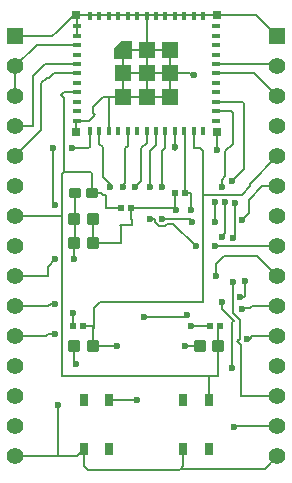
<source format=gbr>
%TF.GenerationSoftware,KiCad,Pcbnew,9.0.2*%
%TF.CreationDate,2025-10-16T21:48:54+11:00*%
%TF.ProjectId,esp32-c3-bare-bones,65737033-322d-4633-932d-626172652d62,0*%
%TF.SameCoordinates,Original*%
%TF.FileFunction,Copper,L1,Top*%
%TF.FilePolarity,Positive*%
%FSLAX46Y46*%
G04 Gerber Fmt 4.6, Leading zero omitted, Abs format (unit mm)*
G04 Created by KiCad (PCBNEW 9.0.2) date 2025-10-16 21:48:54*
%MOMM*%
%LPD*%
G01*
G04 APERTURE LIST*
G04 Aperture macros list*
%AMRoundRect*
0 Rectangle with rounded corners*
0 $1 Rounding radius*
0 $2 $3 $4 $5 $6 $7 $8 $9 X,Y pos of 4 corners*
0 Add a 4 corners polygon primitive as box body*
4,1,4,$2,$3,$4,$5,$6,$7,$8,$9,$2,$3,0*
0 Add four circle primitives for the rounded corners*
1,1,$1+$1,$2,$3*
1,1,$1+$1,$4,$5*
1,1,$1+$1,$6,$7*
1,1,$1+$1,$8,$9*
0 Add four rect primitives between the rounded corners*
20,1,$1+$1,$2,$3,$4,$5,0*
20,1,$1+$1,$4,$5,$6,$7,0*
20,1,$1+$1,$6,$7,$8,$9,0*
20,1,$1+$1,$8,$9,$2,$3,0*%
%AMFreePoly0*
4,1,6,0.725000,-0.725000,-0.725000,-0.725000,-0.725000,0.125000,-0.125000,0.725000,0.725000,0.725000,0.725000,-0.725000,0.725000,-0.725000,$1*%
G04 Aperture macros list end*
%TA.AperFunction,SMDPad,CuDef*%
%ADD10R,0.700000X0.700000*%
%TD*%
%TA.AperFunction,SMDPad,CuDef*%
%ADD11R,1.450000X1.450000*%
%TD*%
%TA.AperFunction,SMDPad,CuDef*%
%ADD12FreePoly0,0.000000*%
%TD*%
%TA.AperFunction,SMDPad,CuDef*%
%ADD13R,0.400000X0.800000*%
%TD*%
%TA.AperFunction,SMDPad,CuDef*%
%ADD14R,0.800000X0.400000*%
%TD*%
%TA.AperFunction,ComponentPad*%
%ADD15R,1.390000X1.390000*%
%TD*%
%TA.AperFunction,ComponentPad*%
%ADD16C,1.390000*%
%TD*%
%TA.AperFunction,SMDPad,CuDef*%
%ADD17R,0.560000X0.600000*%
%TD*%
%TA.AperFunction,SMDPad,CuDef*%
%ADD18R,0.650000X1.050000*%
%TD*%
%TA.AperFunction,SMDPad,CuDef*%
%ADD19RoundRect,0.118750X-0.356250X-0.396250X0.356250X-0.396250X0.356250X0.396250X-0.356250X0.396250X0*%
%TD*%
%TA.AperFunction,SMDPad,CuDef*%
%ADD20RoundRect,0.116250X-0.358750X-0.348750X0.358750X-0.348750X0.358750X0.348750X-0.358750X0.348750X0*%
%TD*%
%TA.AperFunction,ViaPad*%
%ADD21C,0.600000*%
%TD*%
%TA.AperFunction,Conductor*%
%ADD22C,0.200000*%
%TD*%
G04 APERTURE END LIST*
D10*
%TO.P,ESP32-C3-MINI-1,53,GND*%
%TO.N,GND*%
X145775000Y-85700000D03*
%TO.P,ESP32-C3-MINI-1,52,GND*%
X145775000Y-95600000D03*
%TO.P,ESP32-C3-MINI-1,51,GND*%
X157675000Y-95600000D03*
%TO.P,ESP32-C3-MINI-1,50,GND*%
X157675000Y-85700000D03*
D11*
%TO.P,ESP32-C3-MINI-1,49,GND*%
X153700000Y-92625000D03*
X153700000Y-90650000D03*
X153700000Y-88675000D03*
X151725000Y-92625000D03*
X151725000Y-90650000D03*
X151725000Y-88675000D03*
X149750000Y-92625000D03*
X149750000Y-90650000D03*
D12*
X149750000Y-88675000D03*
D13*
%TO.P,ESP32-C3-MINI-1,48,GND*%
X146925000Y-85750000D03*
%TO.P,ESP32-C3-MINI-1,47,GND*%
X147725000Y-85750000D03*
%TO.P,ESP32-C3-MINI-1,46,GND*%
X148525000Y-85750000D03*
%TO.P,ESP32-C3-MINI-1,45,GND*%
X149325000Y-85750000D03*
%TO.P,ESP32-C3-MINI-1,44,GND*%
X150125000Y-85750000D03*
%TO.P,ESP32-C3-MINI-1,43,GND*%
X150925000Y-85750000D03*
%TO.P,ESP32-C3-MINI-1,42,GND*%
X151725000Y-85750000D03*
%TO.P,ESP32-C3-MINI-1,41,GND*%
X152525000Y-85750000D03*
%TO.P,ESP32-C3-MINI-1,40,GND*%
X153325000Y-85750000D03*
%TO.P,ESP32-C3-MINI-1,39,GND*%
X154125000Y-85750000D03*
%TO.P,ESP32-C3-MINI-1,38,GND*%
X154925000Y-85750000D03*
%TO.P,ESP32-C3-MINI-1,37,GND*%
X155725000Y-85750000D03*
%TO.P,ESP32-C3-MINI-1,36,GND*%
X156525000Y-85750000D03*
D14*
%TO.P,ESP32-C3-MINI-1,35,NC*%
%TO.N,unconnected-(U1-NC-Pad35)*%
X157625000Y-86650000D03*
%TO.P,ESP32-C3-MINI-1,34,NC*%
%TO.N,unconnected-(U1-NC-Pad34)*%
X157625000Y-87450000D03*
%TO.P,ESP32-C3-MINI-1,33,NC*%
%TO.N,unconnected-(U1-NC-Pad33)*%
X157625000Y-88250000D03*
%TO.P,ESP32-C3-MINI-1,32,NC*%
%TO.N,unconnected-(U1-NC-Pad32)*%
X157625000Y-89050000D03*
%TO.P,ESP32-C3-MINI-1,31,GPIO21/U0TXD*%
%TO.N,U0TXD*%
X157625000Y-89850000D03*
%TO.P,ESP32-C3-MINI-1,30,GPIO20/U0RXD*%
%TO.N,U0RXD*%
X157625000Y-90650000D03*
%TO.P,ESP32-C3-MINI-1,29,NC*%
%TO.N,unconnected-(U1-NC-Pad29)*%
X157625000Y-91450000D03*
%TO.P,ESP32-C3-MINI-1,28,NC*%
%TO.N,unconnected-(U1-NC-Pad28)*%
X157625000Y-92250000D03*
%TO.P,ESP32-C3-MINI-1,27,GPIO19/USB_D+*%
%TO.N,GPIO19*%
X157625000Y-93050000D03*
%TO.P,ESP32-C3-MINI-1,26,GPIO18/USB_D-*%
%TO.N,GPIO18*%
X157625000Y-93850000D03*
%TO.P,ESP32-C3-MINI-1,25,NC*%
%TO.N,unconnected-(U1-NC-Pad25)*%
X157625000Y-94650000D03*
D13*
%TO.P,ESP32-C3-MINI-1,24,NC*%
%TO.N,unconnected-(U1-NC-Pad24)*%
X156525000Y-95550000D03*
%TO.P,ESP32-C3-MINI-1,23,GPIO9*%
%TO.N,GPIO9*%
X155725000Y-95550000D03*
%TO.P,ESP32-C3-MINI-1,22,GPIO8*%
%TO.N,GPIO8*%
X154925000Y-95550000D03*
%TO.P,ESP32-C3-MINI-1,21,GPIO7*%
%TO.N,GPIO7*%
X154125000Y-95550000D03*
%TO.P,ESP32-C3-MINI-1,20,GPIO6*%
%TO.N,GPIO6*%
X153325000Y-95550000D03*
%TO.P,ESP32-C3-MINI-1,19,GPIO5/ADC2_CH0*%
%TO.N,GPIO5*%
X152525000Y-95550000D03*
%TO.P,ESP32-C3-MINI-1,18,GPIO4/ADC1_CH4*%
%TO.N,GPIO4*%
X151725000Y-95550000D03*
%TO.P,ESP32-C3-MINI-1,17,NC*%
%TO.N,unconnected-(U1-NC-Pad17)*%
X150925000Y-95550000D03*
%TO.P,ESP32-C3-MINI-1,16,GPIO10*%
%TO.N,GPIO10*%
X150125000Y-95550000D03*
%TO.P,ESP32-C3-MINI-1,15,NC*%
%TO.N,unconnected-(U1-NC-Pad15)*%
X149325000Y-95550000D03*
%TO.P,ESP32-C3-MINI-1,14,GND*%
%TO.N,GND*%
X148525000Y-95550000D03*
%TO.P,ESP32-C3-MINI-1,13,GPIO1/ADC1_CH1/XTAL_32K_N*%
%TO.N,GPIO1*%
X147725000Y-95550000D03*
%TO.P,ESP32-C3-MINI-1,12,GPIO0/ADC1_CH0/XTAL_32K_P*%
%TO.N,GPIO0*%
X146925000Y-95550000D03*
D14*
%TO.P,ESP32-C3-MINI-1,11,GND*%
%TO.N,GND*%
X145825000Y-94650000D03*
%TO.P,ESP32-C3-MINI-1,10,NC*%
%TO.N,unconnected-(U1-NC-Pad10)*%
X145825000Y-93850000D03*
%TO.P,ESP32-C3-MINI-1,9,NC*%
%TO.N,unconnected-(U1-NC-Pad9)*%
X145825000Y-93050000D03*
%TO.P,ESP32-C3-MINI-1,8,EN/CHIP_PU*%
%TO.N,CHIP_PU*%
X145825000Y-92250000D03*
%TO.P,ESP32-C3-MINI-1,7,NC*%
%TO.N,unconnected-(U1-NC-Pad7)*%
X145825000Y-91450000D03*
%TO.P,ESP32-C3-MINI-1,6,GPIO3/ADC1_CH3*%
%TO.N,GPIO3*%
X145825000Y-90650000D03*
%TO.P,ESP32-C3-MINI-1,5,GPIO2/ADC1_CH2*%
%TO.N,GPIO2*%
X145825000Y-89850000D03*
%TO.P,ESP32-C3-MINI-1,4,NC*%
%TO.N,unconnected-(U1-NC-Pad4)*%
X145825000Y-89050000D03*
%TO.P,ESP32-C3-MINI-1,3,3V3*%
%TO.N,VCC_3V3*%
X145825000Y-88250000D03*
%TO.P,ESP32-C3-MINI-1,2,GND*%
%TO.N,GND*%
X145825000Y-87450000D03*
%TO.P,ESP32-C3-MINI-1,1,GND*%
X145825000Y-86650000D03*
%TD*%
D15*
%TO.P,J2,01,01*%
%TO.N,GND*%
X162800000Y-87520000D03*
D16*
%TO.P,J2,02,02*%
%TO.N,U0TXD*%
X162800000Y-90060000D03*
%TO.P,J2,03,03*%
%TO.N,U0RXD*%
X162800000Y-92600000D03*
%TO.P,J2,04,04*%
%TO.N,GND*%
X162800000Y-95140000D03*
%TO.P,J2,05,05*%
%TO.N,GPIO9*%
X162800000Y-97680000D03*
%TO.P,J2,06,06*%
%TO.N,GPIO8*%
X162800000Y-100220000D03*
%TO.P,J2,07,07*%
%TO.N,GND*%
X162800000Y-102760000D03*
%TO.P,J2,08,08*%
%TO.N,GPIO7*%
X162800000Y-105300000D03*
%TO.P,J2,09,09*%
%TO.N,GPIO6*%
X162800000Y-107840000D03*
%TO.P,J2,10,10*%
%TO.N,GPIO5*%
X162800000Y-110380000D03*
%TO.P,J2,11,11*%
%TO.N,GPIO4*%
X162800000Y-112920000D03*
%TO.P,J2,12,12*%
%TO.N,GND*%
X162800000Y-115460000D03*
%TO.P,J2,13,13*%
%TO.N,GPIO18*%
X162800000Y-118000000D03*
%TO.P,J2,14,14*%
%TO.N,GPIO19*%
X162800000Y-120540000D03*
%TO.P,J2,15,15*%
%TO.N,GND*%
X162800000Y-123080000D03*
%TD*%
D17*
%TO.P,R1,1*%
%TO.N,CHIP_PU*%
X149565000Y-102000000D03*
%TO.P,R1,2*%
%TO.N,VCC_3V3*%
X150435000Y-102000000D03*
%TD*%
D15*
%TO.P,J1,01,01*%
%TO.N,GND*%
X140600000Y-87520000D03*
D16*
%TO.P,J1,02,02*%
%TO.N,VCC_3V3*%
X140600000Y-90060000D03*
%TO.P,J1,03,03*%
X140600000Y-92600000D03*
%TO.P,J1,04,04*%
%TO.N,GPIO2*%
X140600000Y-95140000D03*
%TO.P,J1,05,05*%
%TO.N,GPIO3*%
X140600000Y-97680000D03*
%TO.P,J1,06,06*%
%TO.N,GND*%
X140600000Y-100220000D03*
%TO.P,J1,07,07*%
%TO.N,CHIP_PU*%
X140600000Y-102760000D03*
%TO.P,J1,08,08*%
%TO.N,GND*%
X140600000Y-105300000D03*
%TO.P,J1,09,09*%
%TO.N,GPIO0*%
X140600000Y-107840000D03*
%TO.P,J1,10,10*%
%TO.N,GPIO1*%
X140600000Y-110380000D03*
%TO.P,J1,11,11*%
%TO.N,GPIO10*%
X140600000Y-112920000D03*
%TO.P,J1,12,12*%
%TO.N,GND*%
X140600000Y-115460000D03*
%TO.P,J1,13,13*%
%TO.N,VCC_3V3*%
X140600000Y-118000000D03*
%TO.P,J1,14,14*%
X140600000Y-120540000D03*
%TO.P,J1,15,15*%
%TO.N,GND*%
X140600000Y-123080000D03*
%TD*%
D18*
%TO.P,BOOT,1,1*%
%TO.N,GPIO9*%
X148575000Y-118325000D03*
%TO.P,BOOT,2,2*%
%TO.N,unconnected-(S1-Pad2)*%
X148575000Y-122475000D03*
%TO.P,BOOT,3,3*%
%TO.N,unconnected-(S1-Pad3)*%
X146425000Y-118325000D03*
%TO.P,BOOT,4,4*%
%TO.N,GND*%
X146425000Y-122475000D03*
%TD*%
D17*
%TO.P,R2,1*%
%TO.N,VCC_3V3*%
X145465000Y-112000000D03*
%TO.P,R2,2*%
%TO.N,GPIO9*%
X146335000Y-112000000D03*
%TD*%
D19*
%TO.P,C2,1*%
%TO.N,GND*%
X145610000Y-103000000D03*
%TO.P,C2,2*%
%TO.N,VCC_3V3*%
X147190000Y-103000000D03*
%TD*%
D17*
%TO.P,R4,1*%
%TO.N,VCC_3V3*%
X154130000Y-100750000D03*
%TO.P,R4,2*%
%TO.N,GPIO8*%
X155000000Y-100750000D03*
%TD*%
D19*
%TO.P,C3,1*%
%TO.N,GND*%
X145610000Y-105000000D03*
%TO.P,C3,2*%
%TO.N,VCC_3V3*%
X147190000Y-105000000D03*
%TD*%
D20*
%TO.P,C1,1*%
%TO.N,GND*%
X145660000Y-100800000D03*
%TO.P,C1,2*%
%TO.N,CHIP_PU*%
X147140000Y-100800000D03*
%TD*%
D18*
%TO.P,RESET,1,1*%
%TO.N,CHIP_PU*%
X156975000Y-118275000D03*
%TO.P,RESET,2,2*%
%TO.N,unconnected-(S2-Pad2)*%
X156975000Y-122425000D03*
%TO.P,RESET,3,3*%
%TO.N,unconnected-(S2-Pad3)*%
X154825000Y-118275000D03*
%TO.P,RESET,4,4*%
%TO.N,GND*%
X154825000Y-122425000D03*
%TD*%
D19*
%TO.P,C5,1*%
%TO.N,GND*%
X156210000Y-113750000D03*
%TO.P,C5,2*%
%TO.N,CHIP_PU*%
X157790000Y-113750000D03*
%TD*%
%TO.P,C4,1*%
%TO.N,GND*%
X145610000Y-113750000D03*
%TO.P,C4,2*%
%TO.N,GPIO9*%
X147190000Y-113750000D03*
%TD*%
D17*
%TO.P,R3,1*%
%TO.N,VCC_3V3*%
X157065000Y-112000000D03*
%TO.P,R3,2*%
%TO.N,CHIP_PU*%
X157935000Y-112000000D03*
%TD*%
D21*
%TO.N,GPIO18*%
X159000000Y-108300000D03*
%TO.N,GPIO10*%
X144000000Y-112739944D03*
%TO.N,GPIO1*%
X144000000Y-110175735D03*
X148600000Y-100250000D03*
%TO.N,GPIO10*%
X149700000Y-100250000D03*
%TO.N,GPIO0*%
X144000000Y-106400000D03*
X144000000Y-101800000D03*
X143800000Y-97000000D03*
X145400000Y-97000000D03*
%TO.N,GPIO19*%
X158999000Y-115600000D03*
X158100000Y-110000000D03*
X159600000Y-109600000D03*
X160100000Y-108200000D03*
X159024265Y-104575735D03*
X159200000Y-101650000D03*
X158960674Y-99738202D03*
X159100000Y-120600000D03*
%TO.N,GPIO18*%
X158100000Y-104500000D03*
X158400000Y-101500000D03*
X158100000Y-100300000D03*
%TO.N,GPIO4*%
X150750000Y-100250000D03*
X151500000Y-111250000D03*
X155125000Y-111125000D03*
X160197914Y-113150000D03*
%TO.N,GPIO5*%
X152000000Y-100250000D03*
X152000000Y-103000000D03*
X155900000Y-105300000D03*
X159800000Y-110600000D03*
%TO.N,GPIO6*%
X153000000Y-100250000D03*
X153000000Y-103000000D03*
X155600000Y-103200000D03*
X157590000Y-107840000D03*
%TO.N,GPIO7*%
X157500000Y-101500000D03*
X157500000Y-103250000D03*
X157500000Y-105250000D03*
X154125000Y-96900000D03*
%TO.N,GND*%
X144200000Y-118700000D03*
%TO.N,GPIO8*%
X159800000Y-103100000D03*
X155500000Y-102250000D03*
%TO.N,VCC_3V3*%
X145465000Y-110900000D03*
X155500000Y-112000000D03*
%TO.N,GPIO9*%
X150925000Y-118325000D03*
X149250000Y-113750000D03*
%TO.N,VCC_3V3*%
X154250000Y-102250000D03*
%TO.N,GND*%
X145750000Y-115250000D03*
X155750000Y-90750000D03*
X155000000Y-113750000D03*
X145610000Y-106400000D03*
X157675000Y-97100000D03*
%TD*%
D22*
%TO.N,GPIO1*%
X147725000Y-96625000D02*
X147725000Y-95550000D01*
X148000000Y-96900000D02*
X147725000Y-96625000D01*
X148000000Y-99400000D02*
X148000000Y-96900000D01*
X148600000Y-100000000D02*
X148000000Y-99400000D01*
%TO.N,GPIO19*%
X160000000Y-93200000D02*
X160000000Y-98698876D01*
X159850000Y-93050000D02*
X160000000Y-93200000D01*
X157625000Y-93050000D02*
X159850000Y-93050000D01*
X160000000Y-98698876D02*
X158960674Y-99738202D01*
X158960674Y-99738202D02*
X158960674Y-99594312D01*
%TO.N,GPIO18*%
X158850000Y-93850000D02*
X157625000Y-93850000D01*
X158400000Y-97200000D02*
X159000000Y-96600000D01*
X158400000Y-99350000D02*
X158400000Y-97200000D01*
X158100000Y-99650000D02*
X158400000Y-99350000D01*
X158100000Y-100300000D02*
X158100000Y-99650000D01*
X159000000Y-96600000D02*
X159000000Y-94000000D01*
X159000000Y-94000000D02*
X158850000Y-93850000D01*
%TO.N,GPIO9*%
X160500000Y-100200000D02*
X159800000Y-100900000D01*
X160500000Y-99980000D02*
X160500000Y-100200000D01*
X159800000Y-100900000D02*
X156500000Y-100900000D01*
X162800000Y-97680000D02*
X160500000Y-99980000D01*
X156500000Y-100900000D02*
X156500000Y-110000000D01*
%TO.N,GPIO8*%
X161530000Y-100220000D02*
X162800000Y-100220000D01*
X160400000Y-101350000D02*
X161530000Y-100220000D01*
X159800000Y-103100000D02*
X160400000Y-102500000D01*
X160400000Y-102500000D02*
X160400000Y-101350000D01*
%TO.N,GPIO19*%
X159200000Y-104400000D02*
X159024265Y-104575735D01*
X159200000Y-101650000D02*
X159200000Y-104400000D01*
X159124265Y-104575735D02*
X159024265Y-104575735D01*
X159024265Y-104575735D02*
X159048530Y-104600000D01*
%TO.N,GPIO18*%
X158400000Y-104200000D02*
X158100000Y-104500000D01*
X158400000Y-101500000D02*
X158400000Y-104200000D01*
%TO.N,GPIO4*%
X160670000Y-112920000D02*
X162800000Y-112920000D01*
X160440000Y-113150000D02*
X160670000Y-112920000D01*
X160197914Y-113150000D02*
X160440000Y-113150000D01*
%TO.N,GPIO5*%
X160510000Y-110500000D02*
X160630000Y-110380000D01*
X159900000Y-110500000D02*
X160510000Y-110500000D01*
X160630000Y-110380000D02*
X162800000Y-110380000D01*
X159800000Y-110600000D02*
X159900000Y-110500000D01*
%TO.N,GPIO19*%
X160100000Y-109500000D02*
X160100000Y-108200000D01*
X159600000Y-109600000D02*
X160000000Y-109600000D01*
X160000000Y-109600000D02*
X160100000Y-109500000D01*
X159160000Y-120540000D02*
X159100000Y-120600000D01*
X162800000Y-120540000D02*
X159160000Y-120540000D01*
%TO.N,GND*%
X144200000Y-122980000D02*
X144100000Y-123080000D01*
X144200000Y-118700000D02*
X144200000Y-122980000D01*
X144100000Y-123080000D02*
X145820000Y-123080000D01*
%TO.N,GPIO10*%
X143180000Y-112920000D02*
X140600000Y-112920000D01*
X144000000Y-112739944D02*
X143360056Y-112739944D01*
X144000000Y-112739944D02*
X143639944Y-112739944D01*
X143360056Y-112739944D02*
X143180000Y-112920000D01*
%TO.N,GPIO1*%
X143420000Y-110380000D02*
X140600000Y-110380000D01*
X143624265Y-110175735D02*
X143420000Y-110380000D01*
X144000000Y-110175735D02*
X143624265Y-110175735D01*
%TO.N,GPIO0*%
X143360000Y-107840000D02*
X140600000Y-107840000D01*
X143400000Y-107800000D02*
X143360000Y-107840000D01*
X144000000Y-106400000D02*
X143400000Y-107000000D01*
X143400000Y-107000000D02*
X143400000Y-107800000D01*
X143800000Y-101500000D02*
X143800000Y-97000000D01*
X144000000Y-101700000D02*
X143800000Y-101500000D01*
X144000000Y-101800000D02*
X144000000Y-101700000D01*
%TO.N,GPIO5*%
X152399000Y-103000000D02*
X152000000Y-103000000D01*
X152399000Y-103248943D02*
X152399000Y-103000000D01*
X153448943Y-103401000D02*
X153248943Y-103601000D01*
X154001000Y-103401000D02*
X153448943Y-103401000D01*
X153248943Y-103601000D02*
X152751057Y-103601000D01*
X152751057Y-103601000D02*
X152399000Y-103248943D01*
X155900000Y-105300000D02*
X154001000Y-103401000D01*
%TO.N,GPIO6*%
X155600000Y-103200000D02*
X155400000Y-103000000D01*
X155400000Y-103000000D02*
X153000000Y-103000000D01*
%TO.N,VCC_3V3*%
X145465000Y-110900000D02*
X145465000Y-112000000D01*
%TO.N,GND*%
X145610000Y-106400000D02*
X145610000Y-105000000D01*
%TO.N,GPIO0*%
X146925000Y-96875000D02*
X146925000Y-95550000D01*
X146800000Y-97000000D02*
X146925000Y-96875000D01*
X145400000Y-97000000D02*
X146800000Y-97000000D01*
%TO.N,GPIO7*%
X154125000Y-95550000D02*
X154125000Y-96900000D01*
X154125000Y-96900000D02*
X154125000Y-97125000D01*
%TO.N,GND*%
X157675000Y-97100000D02*
X157675000Y-95600000D01*
%TO.N,GPIO2*%
X142140000Y-90860000D02*
X142140000Y-95140000D01*
X142140000Y-95140000D02*
X140600000Y-95140000D01*
X143150000Y-89850000D02*
X142140000Y-90860000D01*
X145825000Y-89850000D02*
X143150000Y-89850000D01*
%TO.N,GPIO10*%
X149900000Y-99900000D02*
X149700000Y-100100000D01*
X149900000Y-97000000D02*
X149900000Y-99900000D01*
X150125000Y-96775000D02*
X149900000Y-97000000D01*
X150125000Y-95550000D02*
X150125000Y-96775000D01*
%TO.N,CHIP_PU*%
X147900000Y-100800000D02*
X147140000Y-100800000D01*
X148000000Y-100900000D02*
X147900000Y-100800000D01*
X148300000Y-100900000D02*
X148000000Y-100900000D01*
X148300000Y-102000000D02*
X148300000Y-100900000D01*
X149565000Y-102000000D02*
X148300000Y-102000000D01*
X144560000Y-102760000D02*
X144600000Y-102800000D01*
X144600000Y-102800000D02*
X144600000Y-99150000D01*
X140600000Y-102760000D02*
X144560000Y-102760000D01*
X144600000Y-99150000D02*
X144750000Y-99000000D01*
X144600000Y-103200000D02*
X144600000Y-102800000D01*
X144600000Y-116250000D02*
X144600000Y-103100000D01*
X157000000Y-116250000D02*
X144600000Y-116250000D01*
%TO.N,GPIO3*%
X143300000Y-91000000D02*
X143500000Y-91000000D01*
X143500000Y-91000000D02*
X143850000Y-90650000D01*
X143850000Y-90650000D02*
X145825000Y-90650000D01*
X142800000Y-91500000D02*
X143300000Y-91000000D01*
X142800000Y-95480000D02*
X142800000Y-91500000D01*
X140600000Y-97680000D02*
X142800000Y-95480000D01*
%TO.N,GPIO19*%
X158999000Y-115600000D02*
X158999000Y-115699000D01*
X158999000Y-115699000D02*
X159000000Y-115700000D01*
X158999000Y-111701000D02*
X158999000Y-115600000D01*
X158100000Y-110600000D02*
X159100000Y-111600000D01*
X159100000Y-111600000D02*
X158999000Y-111701000D01*
X158100000Y-110000000D02*
X158100000Y-110600000D01*
%TO.N,CHIP_PU*%
X157790000Y-112145000D02*
X157935000Y-112000000D01*
X157790000Y-113750000D02*
X157790000Y-112145000D01*
%TO.N,GPIO6*%
X158300000Y-106100000D02*
X161060000Y-106100000D01*
X157590000Y-106810000D02*
X158300000Y-106100000D01*
X157590000Y-107840000D02*
X157590000Y-106810000D01*
X161060000Y-106100000D02*
X162800000Y-107840000D01*
%TO.N,GPIO4*%
X151250000Y-99750000D02*
X150750000Y-100250000D01*
X151250000Y-97000000D02*
X151250000Y-99750000D01*
X155000000Y-111250000D02*
X151500000Y-111250000D01*
X155125000Y-111125000D02*
X155000000Y-111250000D01*
X151725000Y-96525000D02*
X151250000Y-97000000D01*
X151725000Y-95550000D02*
X151725000Y-96525000D01*
%TO.N,GPIO5*%
X152000000Y-97250000D02*
X152250000Y-97000000D01*
X152000000Y-100250000D02*
X152000000Y-97250000D01*
X152525000Y-96725000D02*
X152250000Y-97000000D01*
X152525000Y-95550000D02*
X152525000Y-96725000D01*
%TO.N,GPIO6*%
X153000000Y-97250000D02*
X153250000Y-97000000D01*
X153000000Y-100250000D02*
X153000000Y-97250000D01*
X157590000Y-107840000D02*
X157500000Y-107750000D01*
X153325000Y-96925000D02*
X153250000Y-97000000D01*
X153325000Y-95550000D02*
X153325000Y-96925000D01*
%TO.N,GPIO7*%
X157500000Y-103250000D02*
X157500000Y-101500000D01*
X162800000Y-105300000D02*
X157550000Y-105300000D01*
X157550000Y-105300000D02*
X157500000Y-105250000D01*
%TO.N,GPIO9*%
X156500000Y-100250000D02*
X156500000Y-100900000D01*
%TO.N,GND*%
X142500000Y-123080000D02*
X144100000Y-123080000D01*
X145660000Y-102950000D02*
X145610000Y-103000000D01*
X145660000Y-100800000D02*
X145660000Y-102950000D01*
X145775000Y-94700000D02*
X145825000Y-94650000D01*
X145775000Y-95600000D02*
X145775000Y-94700000D01*
%TO.N,GPIO8*%
X155500000Y-100750000D02*
X155500000Y-102250000D01*
X155000000Y-100750000D02*
X155500000Y-100750000D01*
%TO.N,VCC_3V3*%
X154000000Y-102000000D02*
X154250000Y-102250000D01*
X150435000Y-102000000D02*
X154000000Y-102000000D01*
X157065000Y-112000000D02*
X155500000Y-112000000D01*
%TO.N,CHIP_PU*%
X156975000Y-116275000D02*
X157000000Y-116250000D01*
X157750000Y-116250000D02*
X157000000Y-116250000D01*
X156975000Y-118275000D02*
X156975000Y-116275000D01*
%TO.N,GPIO9*%
X150925000Y-118325000D02*
X151000000Y-118250000D01*
X148575000Y-118325000D02*
X150925000Y-118325000D01*
X147190000Y-113750000D02*
X149250000Y-113750000D01*
X156500000Y-99250000D02*
X156500000Y-100250000D01*
X147250000Y-112190000D02*
X147190000Y-112250000D01*
X147250000Y-110500000D02*
X147250000Y-112190000D01*
X147190000Y-112250000D02*
X147190000Y-113750000D01*
X147750000Y-110000000D02*
X147250000Y-110500000D01*
X156500000Y-97250000D02*
X156500000Y-99250000D01*
X156500000Y-110000000D02*
X147750000Y-110000000D01*
X156250000Y-97000000D02*
X156500000Y-97250000D01*
X155750000Y-97000000D02*
X156250000Y-97000000D01*
X155725000Y-96975000D02*
X155750000Y-97000000D01*
X155725000Y-95550000D02*
X155725000Y-96975000D01*
X147250000Y-112000000D02*
X147190000Y-112060000D01*
X146335000Y-112000000D02*
X147250000Y-112000000D01*
X147190000Y-112060000D02*
X147190000Y-112250000D01*
%TO.N,CHIP_PU*%
X157750000Y-115750000D02*
X157750000Y-116250000D01*
X157790000Y-115710000D02*
X157750000Y-115750000D01*
X157790000Y-113750000D02*
X157790000Y-115710000D01*
%TO.N,VCC_3V3*%
X154130000Y-102130000D02*
X154250000Y-102250000D01*
X154130000Y-100750000D02*
X154130000Y-102130000D01*
%TO.N,GPIO8*%
X155000000Y-95625000D02*
X154925000Y-95550000D01*
X155000000Y-100750000D02*
X155000000Y-95625000D01*
%TO.N,VCC_3V3*%
X150500000Y-103000000D02*
X150435000Y-102935000D01*
X150435000Y-102935000D02*
X150435000Y-102000000D01*
X150500000Y-103500000D02*
X150500000Y-103000000D01*
X149565000Y-103565000D02*
X149500000Y-103500000D01*
X149500000Y-103500000D02*
X150500000Y-103500000D01*
X149565000Y-105000000D02*
X149565000Y-103565000D01*
%TO.N,CHIP_PU*%
X144750000Y-99000000D02*
X147000000Y-99000000D01*
X144500000Y-92500000D02*
X144750000Y-92750000D01*
X144750000Y-92750000D02*
X144750000Y-99000000D01*
X144750000Y-92250000D02*
X144500000Y-92500000D01*
X145825000Y-92250000D02*
X144750000Y-92250000D01*
X147140000Y-100800000D02*
X147140000Y-100890000D01*
X147140000Y-99140000D02*
X147140000Y-100800000D01*
X147000000Y-99000000D02*
X147140000Y-99140000D01*
%TO.N,GND*%
X145825000Y-85750000D02*
X145775000Y-85700000D01*
X145775000Y-85700000D02*
X157675000Y-85700000D01*
X154500000Y-124250000D02*
X146750000Y-124250000D01*
X145825000Y-87450000D02*
X145825000Y-85750000D01*
X155500000Y-90750000D02*
X155400000Y-90650000D01*
X151725000Y-85750000D02*
X151725000Y-88675000D01*
X156210000Y-113750000D02*
X155000000Y-113750000D01*
X147149000Y-93501057D02*
X148025057Y-92625000D01*
X151725000Y-88675000D02*
X151725000Y-92625000D01*
X154625000Y-124125000D02*
X154500000Y-124250000D01*
X161755000Y-124125000D02*
X162800000Y-123080000D01*
X148525000Y-95550000D02*
X148525000Y-92650000D01*
X155400000Y-90650000D02*
X153700000Y-90650000D01*
X146850001Y-94650000D02*
X147325029Y-94174972D01*
X154825000Y-122425000D02*
X154825000Y-123925000D01*
X145820000Y-123080000D02*
X146425000Y-122475000D01*
X145660000Y-100800000D02*
X145660000Y-104950000D01*
X149750000Y-88675000D02*
X153700000Y-88675000D01*
X147325029Y-94174972D02*
X147149000Y-93998943D01*
X145775000Y-85700000D02*
X145550000Y-85700000D01*
X146750000Y-124250000D02*
X146425000Y-123925000D01*
X153700000Y-92625000D02*
X153700000Y-88675000D01*
X148525000Y-92650000D02*
X148500000Y-92625000D01*
X145750000Y-115250000D02*
X145610000Y-115110000D01*
X149750000Y-92625000D02*
X153700000Y-92625000D01*
X149750000Y-88675000D02*
X149750000Y-92625000D01*
X147149000Y-93998943D02*
X147149000Y-93501057D01*
X149750000Y-90650000D02*
X153700000Y-90650000D01*
X155750000Y-90750000D02*
X155500000Y-90750000D01*
X143730000Y-87520000D02*
X140600000Y-87520000D01*
X154625000Y-124125000D02*
X161755000Y-124125000D01*
X146425000Y-123925000D02*
X146425000Y-122475000D01*
X145610000Y-115110000D02*
X145610000Y-113750000D01*
X140600000Y-123080000D02*
X142500000Y-123080000D01*
X154825000Y-123925000D02*
X154625000Y-124125000D01*
X160980000Y-85700000D02*
X157675000Y-85700000D01*
X148500000Y-92625000D02*
X149750000Y-92625000D01*
X145825000Y-94650000D02*
X146850001Y-94650000D01*
X145550000Y-85700000D02*
X144125000Y-87125000D01*
X145660000Y-104950000D02*
X145610000Y-105000000D01*
X144125000Y-87125000D02*
X143730000Y-87520000D01*
X162800000Y-87520000D02*
X160980000Y-85700000D01*
X148025057Y-92625000D02*
X148500000Y-92625000D01*
%TO.N,VCC_3V3*%
X140600000Y-92600000D02*
X140600000Y-90060000D01*
X147190000Y-105000000D02*
X149565000Y-105000000D01*
X145825000Y-88250000D02*
X142410000Y-88250000D01*
X142410000Y-88250000D02*
X140600000Y-90060000D01*
X147190000Y-105000000D02*
X147190000Y-103000000D01*
%TO.N,U0TXD*%
X157625000Y-89850000D02*
X162590000Y-89850000D01*
X162590000Y-89850000D02*
X162800000Y-90060000D01*
%TO.N,U0RXD*%
X160850000Y-90650000D02*
X162800000Y-92600000D01*
X157625000Y-90650000D02*
X160850000Y-90650000D01*
%TO.N,GPIO18*%
X162800000Y-118000000D02*
X159750000Y-118000000D01*
X159400000Y-113300000D02*
X159750000Y-113650000D01*
X159600000Y-111500000D02*
X159600000Y-113100000D01*
X159000000Y-110900000D02*
X159600000Y-111500000D01*
X159000000Y-108300000D02*
X159000000Y-110900000D01*
X159750000Y-113650000D02*
X159750000Y-118000000D01*
X159600000Y-113100000D02*
X159400000Y-113300000D01*
%TD*%
M02*

</source>
